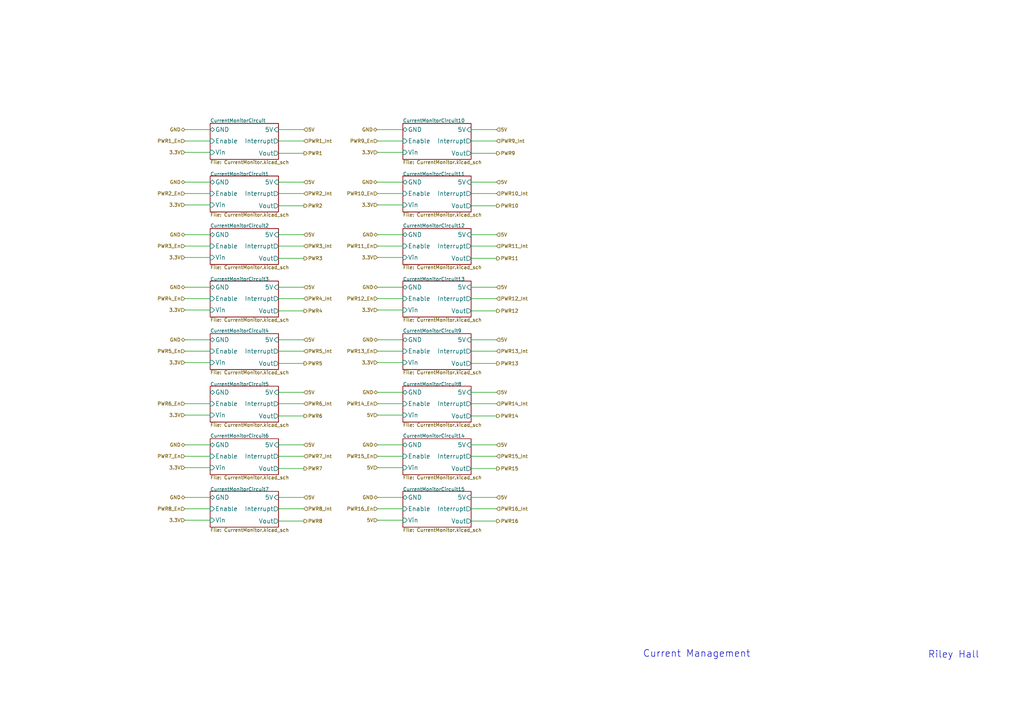
<source format=kicad_sch>
(kicad_sch (version 20211123) (generator eeschema)

  (uuid 58439aff-13a3-490b-8325-ad2eef6cd70c)

  (paper "A4")

  (lib_symbols
  )


  (wire (pts (xy 144.018 151.13) (xy 136.652 151.13))
    (stroke (width 0) (type default) (color 0 0 0 0))
    (uuid 01d8d171-a4cf-4586-a8eb-53eb3079c63b)
  )
  (wire (pts (xy 144.018 98.552) (xy 136.652 98.552))
    (stroke (width 0) (type default) (color 0 0 0 0))
    (uuid 057d7543-179a-42e0-ab67-5ed52dcbc3a8)
  )
  (wire (pts (xy 144.018 40.894) (xy 136.652 40.894))
    (stroke (width 0) (type default) (color 0 0 0 0))
    (uuid 062fa796-1265-46c1-8449-a66bb75c524b)
  )
  (wire (pts (xy 109.474 101.854) (xy 116.84 101.854))
    (stroke (width 0) (type default) (color 0 0 0 0))
    (uuid 08b41313-521f-4e9d-aaa5-672cd1a20a25)
  )
  (wire (pts (xy 109.474 150.876) (xy 116.84 150.876))
    (stroke (width 0) (type default) (color 0 0 0 0))
    (uuid 09b66cdc-4871-4cf1-b23b-700b1b7383f9)
  )
  (wire (pts (xy 109.474 98.552) (xy 116.84 98.552))
    (stroke (width 0) (type default) (color 0 0 0 0))
    (uuid 0f5a7f4b-ec2f-4641-be98-5a9bf0c10397)
  )
  (wire (pts (xy 144.018 52.832) (xy 136.652 52.832))
    (stroke (width 0) (type default) (color 0 0 0 0))
    (uuid 188b469d-7d49-4fac-81d4-e4875be6a97a)
  )
  (wire (pts (xy 109.474 86.614) (xy 116.84 86.614))
    (stroke (width 0) (type default) (color 0 0 0 0))
    (uuid 19e6a093-e2e2-4d52-9b07-57e1200204e4)
  )
  (wire (pts (xy 109.474 105.156) (xy 116.84 105.156))
    (stroke (width 0) (type default) (color 0 0 0 0))
    (uuid 1d9912cf-27a5-487c-b168-7bf26f0b1436)
  )
  (wire (pts (xy 53.594 144.272) (xy 60.96 144.272))
    (stroke (width 0) (type default) (color 0 0 0 0))
    (uuid 1ddbf5ce-f97e-46e9-9fbd-0f3fc56e7a2f)
  )
  (wire (pts (xy 109.347 52.832) (xy 116.713 52.832))
    (stroke (width 0) (type default) (color 0 0 0 0))
    (uuid 1f763840-b6fc-4178-aec4-4bd7290677f3)
  )
  (wire (pts (xy 144.018 71.374) (xy 136.652 71.374))
    (stroke (width 0) (type default) (color 0 0 0 0))
    (uuid 22b1394c-5c5b-4ea2-bc2e-946b78011747)
  )
  (wire (pts (xy 144.018 68.072) (xy 136.652 68.072))
    (stroke (width 0) (type default) (color 0 0 0 0))
    (uuid 268d6a2b-c910-43a2-a61f-029f2462c489)
  )
  (wire (pts (xy 144.018 56.134) (xy 136.652 56.134))
    (stroke (width 0) (type default) (color 0 0 0 0))
    (uuid 27fd705f-e721-4f66-961e-226a84683f46)
  )
  (wire (pts (xy 144.018 144.272) (xy 136.652 144.272))
    (stroke (width 0) (type default) (color 0 0 0 0))
    (uuid 29510f0c-c59d-4a62-a290-5a3f09df1861)
  )
  (wire (pts (xy 53.594 86.614) (xy 60.96 86.614))
    (stroke (width 0) (type default) (color 0 0 0 0))
    (uuid 2bc540c9-387d-4b39-aecd-b1d73817474c)
  )
  (wire (pts (xy 144.018 113.792) (xy 136.652 113.792))
    (stroke (width 0) (type default) (color 0 0 0 0))
    (uuid 2d17b2e7-c1ba-4c7e-8771-5e6ddb3fed52)
  )
  (wire (pts (xy 53.594 68.072) (xy 60.96 68.072))
    (stroke (width 0) (type default) (color 0 0 0 0))
    (uuid 3011e133-a988-4d54-9074-312565d66c64)
  )
  (wire (pts (xy 88.138 101.854) (xy 80.772 101.854))
    (stroke (width 0) (type default) (color 0 0 0 0))
    (uuid 33af9235-7dc6-4c6a-b943-b303f45abb27)
  )
  (wire (pts (xy 144.018 83.312) (xy 136.652 83.312))
    (stroke (width 0) (type default) (color 0 0 0 0))
    (uuid 34ab54b0-1551-4885-9f17-d9b87495d585)
  )
  (wire (pts (xy 109.474 135.636) (xy 116.84 135.636))
    (stroke (width 0) (type default) (color 0 0 0 0))
    (uuid 35ef3a3f-00d4-4875-9af0-82a9b4d157c8)
  )
  (wire (pts (xy 144.018 129.032) (xy 136.652 129.032))
    (stroke (width 0) (type default) (color 0 0 0 0))
    (uuid 36644f27-0a56-4d62-8b56-a64608dc4bef)
  )
  (wire (pts (xy 109.474 68.072) (xy 116.84 68.072))
    (stroke (width 0) (type default) (color 0 0 0 0))
    (uuid 36e4236d-c4d1-45d8-a7c7-ee700e18a05d)
  )
  (wire (pts (xy 53.594 44.196) (xy 60.96 44.196))
    (stroke (width 0) (type default) (color 0 0 0 0))
    (uuid 39fe5ca7-9f22-4b73-a37b-540db8d94ad5)
  )
  (wire (pts (xy 53.594 150.876) (xy 60.96 150.876))
    (stroke (width 0) (type default) (color 0 0 0 0))
    (uuid 3a32a5ef-9bf0-4796-99b9-c3bc10783fa8)
  )
  (wire (pts (xy 53.594 117.094) (xy 60.96 117.094))
    (stroke (width 0) (type default) (color 0 0 0 0))
    (uuid 3a42e3d0-3d2d-4432-8f92-0828f2bc90b2)
  )
  (wire (pts (xy 88.138 71.374) (xy 80.772 71.374))
    (stroke (width 0) (type default) (color 0 0 0 0))
    (uuid 3bd8992f-d7a2-4804-9897-dc6d6d456799)
  )
  (wire (pts (xy 88.138 98.552) (xy 80.772 98.552))
    (stroke (width 0) (type default) (color 0 0 0 0))
    (uuid 3c2a3e0f-5b7a-48a6-852d-ee6faccdec3f)
  )
  (wire (pts (xy 88.138 74.93) (xy 80.772 74.93))
    (stroke (width 0) (type default) (color 0 0 0 0))
    (uuid 3e4a9156-de14-4d0d-a7d5-07287bd9d76a)
  )
  (wire (pts (xy 109.474 113.792) (xy 116.84 113.792))
    (stroke (width 0) (type default) (color 0 0 0 0))
    (uuid 3ef80cd7-313b-487e-ac9f-64f1cd0ab9e3)
  )
  (wire (pts (xy 88.138 117.094) (xy 80.772 117.094))
    (stroke (width 0) (type default) (color 0 0 0 0))
    (uuid 41f80123-bf55-4a74-8e6a-267600d732c2)
  )
  (wire (pts (xy 109.474 83.312) (xy 116.84 83.312))
    (stroke (width 0) (type default) (color 0 0 0 0))
    (uuid 4216d7dd-d3e5-4e26-9762-66ea4bfc82bc)
  )
  (wire (pts (xy 109.474 132.334) (xy 116.84 132.334))
    (stroke (width 0) (type default) (color 0 0 0 0))
    (uuid 4252434e-5c94-4682-bfb1-c598b310da2b)
  )
  (wire (pts (xy 109.474 120.396) (xy 116.84 120.396))
    (stroke (width 0) (type default) (color 0 0 0 0))
    (uuid 42f7b1ea-e426-4522-8c0c-3673deb42d89)
  )
  (wire (pts (xy 144.018 90.17) (xy 136.652 90.17))
    (stroke (width 0) (type default) (color 0 0 0 0))
    (uuid 44fea9d8-13c7-4e16-a1f6-1bbbe095d473)
  )
  (wire (pts (xy 88.138 113.792) (xy 80.772 113.792))
    (stroke (width 0) (type default) (color 0 0 0 0))
    (uuid 4859d491-d2a1-486e-bf7c-39b5caaeb797)
  )
  (wire (pts (xy 53.594 98.552) (xy 60.96 98.552))
    (stroke (width 0) (type default) (color 0 0 0 0))
    (uuid 487d7764-8ada-4821-b1b1-d1846a3c6b79)
  )
  (wire (pts (xy 109.474 74.676) (xy 116.84 74.676))
    (stroke (width 0) (type default) (color 0 0 0 0))
    (uuid 4bc966d7-3b48-469d-acdb-3fbd5313ce31)
  )
  (wire (pts (xy 109.474 144.272) (xy 116.84 144.272))
    (stroke (width 0) (type default) (color 0 0 0 0))
    (uuid 4ddb23f6-6fd4-4d11-997f-d0891109621b)
  )
  (wire (pts (xy 88.138 120.65) (xy 80.772 120.65))
    (stroke (width 0) (type default) (color 0 0 0 0))
    (uuid 506566c0-72fd-41dd-b308-cb5463e50de4)
  )
  (wire (pts (xy 88.138 135.89) (xy 80.772 135.89))
    (stroke (width 0) (type default) (color 0 0 0 0))
    (uuid 564cbd59-4138-41e9-878d-922f1ec54bac)
  )
  (wire (pts (xy 109.474 71.374) (xy 116.84 71.374))
    (stroke (width 0) (type default) (color 0 0 0 0))
    (uuid 5cc31c1d-89e3-41b6-8ed2-264b78efa9ed)
  )
  (wire (pts (xy 53.594 135.636) (xy 60.96 135.636))
    (stroke (width 0) (type default) (color 0 0 0 0))
    (uuid 5e77da78-657f-49ea-a944-f916bdf1b923)
  )
  (wire (pts (xy 144.018 132.334) (xy 136.652 132.334))
    (stroke (width 0) (type default) (color 0 0 0 0))
    (uuid 5f40f65b-20fb-46dc-b53d-f295939cf425)
  )
  (wire (pts (xy 88.138 105.41) (xy 80.772 105.41))
    (stroke (width 0) (type default) (color 0 0 0 0))
    (uuid 5fd565a1-c0d0-4bb6-9316-ceb602d8f5b0)
  )
  (wire (pts (xy 109.474 117.094) (xy 116.84 117.094))
    (stroke (width 0) (type default) (color 0 0 0 0))
    (uuid 60e04ecc-2003-49bc-a31d-6c6151e6f0fb)
  )
  (wire (pts (xy 53.594 147.574) (xy 60.96 147.574))
    (stroke (width 0) (type default) (color 0 0 0 0))
    (uuid 640c998b-f99c-4c17-811e-dc088e81646d)
  )
  (wire (pts (xy 109.474 56.134) (xy 116.84 56.134))
    (stroke (width 0) (type default) (color 0 0 0 0))
    (uuid 642c9daf-a019-4392-b54f-b14febb91b91)
  )
  (wire (pts (xy 144.018 86.614) (xy 136.652 86.614))
    (stroke (width 0) (type default) (color 0 0 0 0))
    (uuid 65044134-dc2a-4223-9198-6431e293f8a8)
  )
  (wire (pts (xy 88.138 86.614) (xy 80.772 86.614))
    (stroke (width 0) (type default) (color 0 0 0 0))
    (uuid 661ccd7d-8563-4f8b-83d4-871d7a826249)
  )
  (wire (pts (xy 53.594 40.894) (xy 60.96 40.894))
    (stroke (width 0) (type default) (color 0 0 0 0))
    (uuid 6c9d461d-884f-47c6-a631-a9bac71cb66d)
  )
  (wire (pts (xy 144.018 37.592) (xy 136.652 37.592))
    (stroke (width 0) (type default) (color 0 0 0 0))
    (uuid 71f27cb0-fb61-441c-8ef6-c495a936d741)
  )
  (wire (pts (xy 109.474 89.916) (xy 116.84 89.916))
    (stroke (width 0) (type default) (color 0 0 0 0))
    (uuid 72aac0f7-3f90-4b0b-9aa7-851a1009876a)
  )
  (wire (pts (xy 144.018 120.65) (xy 136.652 120.65))
    (stroke (width 0) (type default) (color 0 0 0 0))
    (uuid 77d42cb0-751b-4007-b789-d9edbf9e45c9)
  )
  (wire (pts (xy 88.138 68.072) (xy 80.772 68.072))
    (stroke (width 0) (type default) (color 0 0 0 0))
    (uuid 7a4a330d-173d-47d4-8544-6dcafe395d96)
  )
  (wire (pts (xy 144.018 59.69) (xy 136.652 59.69))
    (stroke (width 0) (type default) (color 0 0 0 0))
    (uuid 819697ac-7fa2-4150-b16d-07d1c9699f62)
  )
  (wire (pts (xy 53.594 132.334) (xy 60.96 132.334))
    (stroke (width 0) (type default) (color 0 0 0 0))
    (uuid 82af0347-b3f6-4bda-ba13-8361cf6ec10c)
  )
  (wire (pts (xy 109.347 37.592) (xy 116.713 37.592))
    (stroke (width 0) (type default) (color 0 0 0 0))
    (uuid 8ad3d7e2-0c3a-4a78-ad91-45d8cc2ee258)
  )
  (wire (pts (xy 88.138 52.832) (xy 80.772 52.832))
    (stroke (width 0) (type default) (color 0 0 0 0))
    (uuid 94955553-9329-45f4-a8ca-68be254c3385)
  )
  (wire (pts (xy 53.594 83.312) (xy 60.96 83.312))
    (stroke (width 0) (type default) (color 0 0 0 0))
    (uuid 950d2cde-3a76-483d-8588-797bec5bc561)
  )
  (wire (pts (xy 144.018 135.89) (xy 136.652 135.89))
    (stroke (width 0) (type default) (color 0 0 0 0))
    (uuid 9695700c-300c-4d83-bd52-354b75263142)
  )
  (wire (pts (xy 144.018 105.41) (xy 136.652 105.41))
    (stroke (width 0) (type default) (color 0 0 0 0))
    (uuid 98aea09f-ea7a-4c31-96c1-e0b7e21883f3)
  )
  (wire (pts (xy 88.138 56.134) (xy 80.772 56.134))
    (stroke (width 0) (type default) (color 0 0 0 0))
    (uuid 9a5d4ca7-413a-4c98-b71f-40e6fac44b7d)
  )
  (wire (pts (xy 53.594 37.592) (xy 60.96 37.592))
    (stroke (width 0) (type default) (color 0 0 0 0))
    (uuid 9b82ce85-7f0a-4e71-adf5-c69a9bdc032a)
  )
  (wire (pts (xy 88.138 83.312) (xy 80.772 83.312))
    (stroke (width 0) (type default) (color 0 0 0 0))
    (uuid 9c26f929-9679-42e8-b613-d70c342e69bc)
  )
  (wire (pts (xy 53.594 120.396) (xy 60.96 120.396))
    (stroke (width 0) (type default) (color 0 0 0 0))
    (uuid 9f55d5a4-1e1c-4e61-8a8a-da198fac1a82)
  )
  (wire (pts (xy 109.474 44.196) (xy 116.84 44.196))
    (stroke (width 0) (type default) (color 0 0 0 0))
    (uuid a37a12f5-d9ba-48fc-b9c5-4044d7498a02)
  )
  (wire (pts (xy 53.594 59.436) (xy 60.96 59.436))
    (stroke (width 0) (type default) (color 0 0 0 0))
    (uuid a74e2c68-86c0-4a9c-8575-a286ad5d5e77)
  )
  (wire (pts (xy 88.138 37.592) (xy 80.772 37.592))
    (stroke (width 0) (type default) (color 0 0 0 0))
    (uuid affa81f4-11ab-4dfc-896b-8355227d91b9)
  )
  (wire (pts (xy 88.138 40.894) (xy 80.772 40.894))
    (stroke (width 0) (type default) (color 0 0 0 0))
    (uuid b216dcec-c880-4d05-9bd8-9c30573bac1f)
  )
  (wire (pts (xy 53.594 71.374) (xy 60.96 71.374))
    (stroke (width 0) (type default) (color 0 0 0 0))
    (uuid b22448fd-8696-44dc-acdf-cfaf598bb4a3)
  )
  (wire (pts (xy 144.018 74.93) (xy 136.652 74.93))
    (stroke (width 0) (type default) (color 0 0 0 0))
    (uuid bbef820c-c7b2-4f07-9c37-f2222f7cf75f)
  )
  (wire (pts (xy 53.594 101.854) (xy 60.96 101.854))
    (stroke (width 0) (type default) (color 0 0 0 0))
    (uuid c0533969-2c48-4b74-a147-1cadf10afc01)
  )
  (wire (pts (xy 88.138 129.032) (xy 80.772 129.032))
    (stroke (width 0) (type default) (color 0 0 0 0))
    (uuid c4d5a6e0-316c-40d3-b13a-9203b305e58f)
  )
  (wire (pts (xy 144.018 117.094) (xy 136.652 117.094))
    (stroke (width 0) (type default) (color 0 0 0 0))
    (uuid c8a4c948-8888-4494-9f5b-aae78b8bab0c)
  )
  (wire (pts (xy 53.594 129.032) (xy 60.96 129.032))
    (stroke (width 0) (type default) (color 0 0 0 0))
    (uuid d144a863-0ea4-42bd-9d02-410b683b19d4)
  )
  (wire (pts (xy 109.474 40.894) (xy 116.84 40.894))
    (stroke (width 0) (type default) (color 0 0 0 0))
    (uuid d27c21a0-0a79-44e8-bf08-60875643ab88)
  )
  (wire (pts (xy 53.594 74.676) (xy 60.96 74.676))
    (stroke (width 0) (type default) (color 0 0 0 0))
    (uuid dbda2a78-8417-4c89-8783-28cecdaa472c)
  )
  (wire (pts (xy 88.138 147.574) (xy 80.772 147.574))
    (stroke (width 0) (type default) (color 0 0 0 0))
    (uuid dcc637c0-77be-4e19-aa53-73c00917b4a1)
  )
  (wire (pts (xy 53.594 105.156) (xy 60.96 105.156))
    (stroke (width 0) (type default) (color 0 0 0 0))
    (uuid de9a6a74-230b-468b-ac62-e6541ac4af1b)
  )
  (wire (pts (xy 109.474 59.436) (xy 116.84 59.436))
    (stroke (width 0) (type default) (color 0 0 0 0))
    (uuid df88a5ea-879f-4c9d-95d0-7ba559fcfa66)
  )
  (wire (pts (xy 53.594 52.832) (xy 60.96 52.832))
    (stroke (width 0) (type default) (color 0 0 0 0))
    (uuid e5b8296d-5850-4787-b8f8-edb074be548f)
  )
  (wire (pts (xy 88.138 132.334) (xy 80.772 132.334))
    (stroke (width 0) (type default) (color 0 0 0 0))
    (uuid e635150c-30f4-4ee8-be90-a6c88e9ae00c)
  )
  (wire (pts (xy 109.474 129.032) (xy 116.84 129.032))
    (stroke (width 0) (type default) (color 0 0 0 0))
    (uuid e683f2cb-1fa7-49f7-ba1f-9455e1edad12)
  )
  (wire (pts (xy 144.018 101.854) (xy 136.652 101.854))
    (stroke (width 0) (type default) (color 0 0 0 0))
    (uuid e7c977ba-311c-4098-b361-9bde41466bcf)
  )
  (wire (pts (xy 88.138 44.45) (xy 80.772 44.45))
    (stroke (width 0) (type default) (color 0 0 0 0))
    (uuid e951ed46-c4e1-4468-a606-ac1d513db05f)
  )
  (wire (pts (xy 53.594 56.134) (xy 60.96 56.134))
    (stroke (width 0) (type default) (color 0 0 0 0))
    (uuid eab14483-d0ad-43e0-9c00-ace553d26d1f)
  )
  (wire (pts (xy 53.594 89.916) (xy 60.96 89.916))
    (stroke (width 0) (type default) (color 0 0 0 0))
    (uuid eb06dd53-3174-494e-8b80-4ad14a7d0728)
  )
  (wire (pts (xy 88.138 90.17) (xy 80.772 90.17))
    (stroke (width 0) (type default) (color 0 0 0 0))
    (uuid f3649bc5-386e-4fed-8cd4-b1b33b16bec7)
  )
  (wire (pts (xy 109.474 147.574) (xy 116.84 147.574))
    (stroke (width 0) (type default) (color 0 0 0 0))
    (uuid f5e49d92-9e53-47bc-8193-f5abeb607a2d)
  )
  (wire (pts (xy 88.138 151.13) (xy 80.772 151.13))
    (stroke (width 0) (type default) (color 0 0 0 0))
    (uuid f939e75e-d235-41d5-bf5d-3494a405ce2c)
  )
  (wire (pts (xy 88.138 59.69) (xy 80.772 59.69))
    (stroke (width 0) (type default) (color 0 0 0 0))
    (uuid f97a6e29-ca70-43cb-9625-f16311160bfa)
  )
  (wire (pts (xy 144.018 44.45) (xy 136.652 44.45))
    (stroke (width 0) (type default) (color 0 0 0 0))
    (uuid fcb94bdf-4cdb-454f-860d-81c0d638bd1a)
  )
  (wire (pts (xy 88.138 144.272) (xy 80.772 144.272))
    (stroke (width 0) (type default) (color 0 0 0 0))
    (uuid fcfa86b1-dfa6-4671-833c-4ac349125665)
  )
  (wire (pts (xy 144.018 147.574) (xy 136.652 147.574))
    (stroke (width 0) (type default) (color 0 0 0 0))
    (uuid febaeb01-7d83-4aa7-9886-f43f357dfa51)
  )

  (text "Current Management" (at 186.436 190.881 0)
    (effects (font (size 2 2)) (justify left bottom))
    (uuid 4cd08e90-f493-4fd6-b737-23cc0435a805)
  )
  (text "Riley Hall" (at 269.113 191.135 0)
    (effects (font (size 2 2)) (justify left bottom))
    (uuid bcef1ee1-d985-479c-ae8c-2aa1fe183a30)
  )

  (hierarchical_label "5V" (shape input) (at 88.138 144.272 0)
    (effects (font (size 1 1)) (justify left))
    (uuid 0a9b262e-7d49-42bb-be57-11894df87068)
  )
  (hierarchical_label "3.3V" (shape input) (at 53.594 89.916 180)
    (effects (font (size 1 1)) (justify right))
    (uuid 11aa4966-7b92-4ee1-a63b-0c71d76948fe)
  )
  (hierarchical_label "3.3V" (shape input) (at 109.474 44.196 180)
    (effects (font (size 1 1)) (justify right))
    (uuid 1904df67-b0ab-4936-8777-0c8d6382a567)
  )
  (hierarchical_label "PWR2_Int" (shape input) (at 88.138 56.134 0)
    (effects (font (size 1 1)) (justify left))
    (uuid 19f3925e-0f32-4dba-9af0-db6011ba31cf)
  )
  (hierarchical_label "GND" (shape bidirectional) (at 53.594 129.032 180)
    (effects (font (size 1 1)) (justify right))
    (uuid 1a44560c-46bc-4832-93a3-a38aca1322b9)
  )
  (hierarchical_label "PWR1_Int" (shape input) (at 88.138 40.894 0)
    (effects (font (size 1 1)) (justify left))
    (uuid 1cddad3f-754f-422a-8d05-9aa1730d3a9f)
  )
  (hierarchical_label "3.3V" (shape input) (at 53.594 74.676 180)
    (effects (font (size 1 1)) (justify right))
    (uuid 1d6e6924-1395-42d2-9278-738160486e38)
  )
  (hierarchical_label "5V" (shape input) (at 109.474 150.876 180)
    (effects (font (size 1 1)) (justify right))
    (uuid 1efea1e3-f85d-434a-809c-be521a217881)
  )
  (hierarchical_label "5V" (shape input) (at 88.138 98.552 0)
    (effects (font (size 1 1)) (justify left))
    (uuid 1fa918ca-e9b9-4b58-9d1a-61704cc32e3c)
  )
  (hierarchical_label "GND" (shape bidirectional) (at 109.474 129.032 180)
    (effects (font (size 1 1)) (justify right))
    (uuid 234c1438-0b68-44b9-9d5e-ce4a2e2d51f9)
  )
  (hierarchical_label "PWR12_En" (shape input) (at 109.474 86.614 180)
    (effects (font (size 1 1)) (justify right))
    (uuid 282dcbc1-837f-415e-a5a7-3e60b1f42ab6)
  )
  (hierarchical_label "3.3V" (shape input) (at 53.594 120.396 180)
    (effects (font (size 1 1)) (justify right))
    (uuid 2908369c-930a-454a-b011-8f719cd26c6d)
  )
  (hierarchical_label "5V" (shape input) (at 144.018 144.272 0)
    (effects (font (size 1 1)) (justify left))
    (uuid 2a52a461-df1d-49fe-8dad-6f66d3590b0b)
  )
  (hierarchical_label "PWR13" (shape output) (at 144.018 105.41 0)
    (effects (font (size 1 1)) (justify left))
    (uuid 2a837314-9926-474a-bc5e-531f1b82da19)
  )
  (hierarchical_label "3.3V" (shape input) (at 53.594 135.636 180)
    (effects (font (size 1 1)) (justify right))
    (uuid 2d09bc3d-854f-42af-ad0a-e451ede4675f)
  )
  (hierarchical_label "GND" (shape bidirectional) (at 53.594 83.312 180)
    (effects (font (size 1 1)) (justify right))
    (uuid 3106d878-b6b0-4365-a890-60db2d12db29)
  )
  (hierarchical_label "PWR12" (shape output) (at 144.018 90.17 0)
    (effects (font (size 1 1)) (justify left))
    (uuid 3186824f-0c21-4ac7-9164-1b48d620694c)
  )
  (hierarchical_label "5V" (shape input) (at 144.018 37.592 0)
    (effects (font (size 1 1)) (justify left))
    (uuid 3454e866-07e0-4fbf-b73c-50a67fb305a1)
  )
  (hierarchical_label "PWR5" (shape output) (at 88.138 105.41 0)
    (effects (font (size 1 1)) (justify left))
    (uuid 462cf8fa-a925-4f9f-af92-0ae0f5303721)
  )
  (hierarchical_label "PWR5_Int" (shape input) (at 88.138 101.854 0)
    (effects (font (size 1 1)) (justify left))
    (uuid 494be760-51ab-400b-9603-37891f179511)
  )
  (hierarchical_label "PWR12_Int" (shape input) (at 144.018 86.614 0)
    (effects (font (size 1 1)) (justify left))
    (uuid 4f660a42-1463-4345-86b9-aa94041831d1)
  )
  (hierarchical_label "PWR2" (shape output) (at 88.138 59.69 0)
    (effects (font (size 1 1)) (justify left))
    (uuid 5501bbaf-8110-4dcf-9f13-9a079d4eed6b)
  )
  (hierarchical_label "PWR11_En" (shape input) (at 109.474 71.374 180)
    (effects (font (size 1 1)) (justify right))
    (uuid 55a9864c-846b-4967-9909-8bda9c1cbb01)
  )
  (hierarchical_label "3.3V" (shape input) (at 53.594 150.876 180)
    (effects (font (size 1 1)) (justify right))
    (uuid 565025b5-a82e-403a-80c3-a683ae35267c)
  )
  (hierarchical_label "PWR2_En" (shape input) (at 53.594 56.134 180)
    (effects (font (size 1 1)) (justify right))
    (uuid 57a6569f-295e-4952-830d-4671bd83fc51)
  )
  (hierarchical_label "5V" (shape input) (at 88.138 83.312 0)
    (effects (font (size 1 1)) (justify left))
    (uuid 58c970d3-a382-46ce-bb47-cb25a1b54dec)
  )
  (hierarchical_label "PWR6" (shape output) (at 88.138 120.65 0)
    (effects (font (size 1 1)) (justify left))
    (uuid 5ca98336-d819-434b-988c-5221f2d088f3)
  )
  (hierarchical_label "5V" (shape input) (at 144.018 68.072 0)
    (effects (font (size 1 1)) (justify left))
    (uuid 5cb79c82-308c-4b72-a4d5-24559196b0b7)
  )
  (hierarchical_label "PWR3_En" (shape input) (at 53.594 71.374 180)
    (effects (font (size 1 1)) (justify right))
    (uuid 61e8851b-2c2a-4cee-915d-c1695e2f35dc)
  )
  (hierarchical_label "GND" (shape bidirectional) (at 109.474 83.312 180)
    (effects (font (size 1 1)) (justify right))
    (uuid 65a33262-b450-401f-bf79-99e331561605)
  )
  (hierarchical_label "GND" (shape bidirectional) (at 109.474 98.552 180)
    (effects (font (size 1 1)) (justify right))
    (uuid 6a13c8b5-a9fd-49e0-8afb-8d8f48abf1b7)
  )
  (hierarchical_label "PWR13_Int" (shape input) (at 144.018 101.854 0)
    (effects (font (size 1 1)) (justify left))
    (uuid 6bed6275-fc87-4b5f-af0c-c554cf9a919b)
  )
  (hierarchical_label "3.3V" (shape input) (at 53.594 105.156 180)
    (effects (font (size 1 1)) (justify right))
    (uuid 6ff983f6-3c15-4fb8-9d0f-8dddae613fa4)
  )
  (hierarchical_label "3.3V" (shape input) (at 109.474 105.156 180)
    (effects (font (size 1 1)) (justify right))
    (uuid 70bacdb9-96b8-49e3-99bc-a8dddfd9364c)
  )
  (hierarchical_label "5V" (shape input) (at 144.018 129.032 0)
    (effects (font (size 1 1)) (justify left))
    (uuid 70fa3f46-4213-4dbd-8208-aa3213181953)
  )
  (hierarchical_label "PWR9_En" (shape input) (at 109.474 40.894 180)
    (effects (font (size 1 1)) (justify right))
    (uuid 7109a8e6-a973-4c85-af85-cbaf0f20741f)
  )
  (hierarchical_label "PWR14" (shape output) (at 144.018 120.65 0)
    (effects (font (size 1 1)) (justify left))
    (uuid 7120247f-1f53-4555-85dc-559be2534279)
  )
  (hierarchical_label "5V" (shape input) (at 88.138 113.792 0)
    (effects (font (size 1 1)) (justify left))
    (uuid 7161ab29-817d-4b6a-baa6-498b30ff9916)
  )
  (hierarchical_label "GND" (shape bidirectional) (at 109.474 113.792 180)
    (effects (font (size 1 1)) (justify right))
    (uuid 7493ff62-9f8f-4388-a621-32c3125b6e95)
  )
  (hierarchical_label "PWR4_Int" (shape input) (at 88.138 86.614 0)
    (effects (font (size 1 1)) (justify left))
    (uuid 751bbc93-9eb5-4ed1-9bd1-56d40372caa0)
  )
  (hierarchical_label "GND" (shape bidirectional) (at 109.474 144.272 180)
    (effects (font (size 1 1)) (justify right))
    (uuid 7854f2b5-2dc4-41fc-87c6-c46320bda12e)
  )
  (hierarchical_label "3.3V" (shape input) (at 53.594 44.196 180)
    (effects (font (size 1 1)) (justify right))
    (uuid 7994fd19-afda-48b1-aa94-f80f54d11812)
  )
  (hierarchical_label "PWR7_Int" (shape input) (at 88.138 132.334 0)
    (effects (font (size 1 1)) (justify left))
    (uuid 7bcb0e04-e02b-407f-9700-a940ad5842dd)
  )
  (hierarchical_label "PWR6_Int" (shape input) (at 88.138 117.094 0)
    (effects (font (size 1 1)) (justify left))
    (uuid 7c13a6eb-e314-432a-b976-f078723009dd)
  )
  (hierarchical_label "PWR1_En" (shape input) (at 53.594 40.894 180)
    (effects (font (size 1 1)) (justify right))
    (uuid 7ecf2f0d-f9e1-45fb-aa79-fd1b166026b9)
  )
  (hierarchical_label "PWR8" (shape output) (at 88.138 151.13 0)
    (effects (font (size 1 1)) (justify left))
    (uuid 8551f324-cab2-484d-aa31-6a1be8d1c251)
  )
  (hierarchical_label "5V" (shape input) (at 88.138 68.072 0)
    (effects (font (size 1 1)) (justify left))
    (uuid 8717b1e4-d0e4-4b90-8257-6f96672da3b4)
  )
  (hierarchical_label "PWR4_En" (shape input) (at 53.594 86.614 180)
    (effects (font (size 1 1)) (justify right))
    (uuid 88f3593a-f3ac-49ef-a4dc-9ac154c09bd7)
  )
  (hierarchical_label "GND" (shape bidirectional) (at 53.594 98.552 180)
    (effects (font (size 1 1)) (justify right))
    (uuid 8a54778e-8b93-4541-ab7e-ce29c32b99e4)
  )
  (hierarchical_label "PWR11" (shape output) (at 144.018 74.93 0)
    (effects (font (size 1 1)) (justify left))
    (uuid 8b9cead5-eb44-4e9f-978c-aa4947db7d26)
  )
  (hierarchical_label "PWR15" (shape output) (at 144.018 135.89 0)
    (effects (font (size 1 1)) (justify left))
    (uuid 9129266f-4fac-4bbd-b507-8cb9cedcd75c)
  )
  (hierarchical_label "GND" (shape bidirectional) (at 53.594 68.072 180)
    (effects (font (size 1 1)) (justify right))
    (uuid 96113812-dc02-4d49-9931-e66081cb749f)
  )
  (hierarchical_label "PWR15_En" (shape input) (at 109.474 132.334 180)
    (effects (font (size 1 1)) (justify right))
    (uuid 9aa8070b-f6f0-4bdb-b373-92277e2ec26d)
  )
  (hierarchical_label "PWR8_Int" (shape input) (at 88.138 147.574 0)
    (effects (font (size 1 1)) (justify left))
    (uuid 9d1be1c2-3a00-4226-b027-28fa7c17014a)
  )
  (hierarchical_label "PWR13_En" (shape input) (at 109.474 101.854 180)
    (effects (font (size 1 1)) (justify right))
    (uuid 9d588446-b3fc-4303-9c21-33f0e48b07d9)
  )
  (hierarchical_label "PWR16_En" (shape input) (at 109.474 147.574 180)
    (effects (font (size 1 1)) (justify right))
    (uuid a194f087-f4df-4cbf-bac0-728a06201a65)
  )
  (hierarchical_label "PWR9_Int" (shape input) (at 144.018 40.894 0)
    (effects (font (size 1 1)) (justify left))
    (uuid a6b4f0aa-f6a1-43fc-80f3-3bd3bbd17871)
  )
  (hierarchical_label "5V" (shape input) (at 144.018 52.832 0)
    (effects (font (size 1 1)) (justify left))
    (uuid a6cb84fe-1573-41d1-a89a-8f53ed35a7bb)
  )
  (hierarchical_label "PWR15_Int" (shape input) (at 144.018 132.334 0)
    (effects (font (size 1 1)) (justify left))
    (uuid a7973426-0651-40c1-bb09-aae58d42104d)
  )
  (hierarchical_label "GND" (shape bidirectional) (at 53.594 52.832 180)
    (effects (font (size 1 1)) (justify right))
    (uuid a7a20113-cbb3-4ffc-8221-a74064a5841c)
  )
  (hierarchical_label "5V" (shape input) (at 144.018 113.792 0)
    (effects (font (size 1 1)) (justify left))
    (uuid a98928c4-788e-464a-af65-01e152ff4334)
  )
  (hierarchical_label "PWR1" (shape output) (at 88.138 44.45 0)
    (effects (font (size 1 1)) (justify left))
    (uuid a9cfa46d-60cb-4488-8fbc-9bc19cffdd34)
  )
  (hierarchical_label "5V" (shape input) (at 144.018 83.312 0)
    (effects (font (size 1 1)) (justify left))
    (uuid af148419-462c-4140-9676-ff26a995d6ab)
  )
  (hierarchical_label "PWR5_En" (shape input) (at 53.594 101.854 180)
    (effects (font (size 1 1)) (justify right))
    (uuid b1b4edb3-01a9-4ab4-a7ae-7194aee90dc5)
  )
  (hierarchical_label "3.3V" (shape input) (at 109.474 59.436 180)
    (effects (font (size 1 1)) (justify right))
    (uuid b2d9ff1d-e0ef-484b-88da-f51169c69bfe)
  )
  (hierarchical_label "5V" (shape input) (at 109.474 120.396 180)
    (effects (font (size 1 1)) (justify right))
    (uuid b41a0872-5e91-4d29-aa6c-af7035488cec)
  )
  (hierarchical_label "5V" (shape input) (at 88.138 52.832 0)
    (effects (font (size 1 1)) (justify left))
    (uuid b4c4473e-e032-495d-a608-55e3ae9cce5a)
  )
  (hierarchical_label "3.3V" (shape input) (at 53.594 59.436 180)
    (effects (font (size 1 1)) (justify right))
    (uuid b67b6a6c-e888-4cb3-b6c6-70ec89136819)
  )
  (hierarchical_label "PWR8_En" (shape input) (at 53.594 147.574 180)
    (effects (font (size 1 1)) (justify right))
    (uuid b998465f-ff1e-4143-abdc-9ac3868099c0)
  )
  (hierarchical_label "PWR14_Int" (shape input) (at 144.018 117.094 0)
    (effects (font (size 1 1)) (justify left))
    (uuid bf784a0c-b6b7-4df7-8f9c-df16df2a062d)
  )
  (hierarchical_label "PWR11_Int" (shape input) (at 144.018 71.374 0)
    (effects (font (size 1 1)) (justify left))
    (uuid c0f7880c-2fb3-48fe-aacc-8b793b35624b)
  )
  (hierarchical_label "GND" (shape bidirectional) (at 109.347 52.832 180)
    (effects (font (size 1 1)) (justify right))
    (uuid c2f7caf0-26eb-4685-bc91-b7a920a6250a)
  )
  (hierarchical_label "5V" (shape input) (at 109.474 135.636 180)
    (effects (font (size 1 1)) (justify right))
    (uuid c706283d-dbce-41f0-bbc7-e7a4223af556)
  )
  (hierarchical_label "3.3V" (shape input) (at 109.474 89.916 180)
    (effects (font (size 1 1)) (justify right))
    (uuid c7bb0d60-d47b-45e0-84cb-5c4cd73948f0)
  )
  (hierarchical_label "PWR3" (shape output) (at 88.138 74.93 0)
    (effects (font (size 1 1)) (justify left))
    (uuid d0bf5d3d-8c99-4d07-a666-c60abefac820)
  )
  (hierarchical_label "5V" (shape input) (at 88.138 129.032 0)
    (effects (font (size 1 1)) (justify left))
    (uuid d9c7c9d7-00db-462b-914a-301c2712c809)
  )
  (hierarchical_label "PWR14_En" (shape input) (at 109.474 117.094 180)
    (effects (font (size 1 1)) (justify right))
    (uuid d9f47d37-64cb-41b4-8d7b-52b450003f13)
  )
  (hierarchical_label "PWR3_Int" (shape input) (at 88.138 71.374 0)
    (effects (font (size 1 1)) (justify left))
    (uuid e4385467-7785-447c-be2f-a8083ddffaf4)
  )
  (hierarchical_label "PWR16" (shape output) (at 144.018 151.13 0)
    (effects (font (size 1 1)) (justify left))
    (uuid e4dd05a4-8996-4d76-8ae1-9311434c94a2)
  )
  (hierarchical_label "3.3V" (shape input) (at 109.474 74.676 180)
    (effects (font (size 1 1)) (justify right))
    (uuid e599e5b2-692a-41cd-923f-42dff123424e)
  )
  (hierarchical_label "GND" (shape bidirectional) (at 53.594 144.272 180)
    (effects (font (size 1 1)) (justify right))
    (uuid e71c153f-b21b-4283-a813-ca64ba103c0e)
  )
  (hierarchical_label "5V" (shape input) (at 144.018 98.552 0)
    (effects (font (size 1 1)) (justify left))
    (uuid e7663d5d-625f-4d1a-b986-325bab663fa3)
  )
  (hierarchical_label "GND" (shape bidirectional) (at 109.347 37.592 180)
    (effects (font (size 1 1)) (justify right))
    (uuid e97201f0-858d-4dc5-a457-4dae25172de5)
  )
  (hierarchical_label "GND" (shape bidirectional) (at 53.594 37.592 180)
    (effects (font (size 1 1)) (justify right))
    (uuid e9d8a997-380f-43c3-89c8-fadd78ce4255)
  )
  (hierarchical_label "PWR10_Int" (shape input) (at 144.018 56.134 0)
    (effects (font (size 1 1)) (justify left))
    (uuid ed488395-7d51-4312-8854-b8563012fef8)
  )
  (hierarchical_label "GND" (shape bidirectional) (at 109.474 68.072 180)
    (effects (font (size 1 1)) (justify right))
    (uuid edb63d17-9692-427c-9ee2-14d0918f7288)
  )
  (hierarchical_label "PWR4" (shape output) (at 88.138 90.17 0)
    (effects (font (size 1 1)) (justify left))
    (uuid ef7cff1d-2f37-4d19-9fcf-ca9eb85bcb8a)
  )
  (hierarchical_label "PWR6_En" (shape input) (at 53.594 117.094 180)
    (effects (font (size 1 1)) (justify right))
    (uuid f437a9a2-3464-4e58-b2c4-cf4f4273dd3b)
  )
  (hierarchical_label "PWR10_En" (shape input) (at 109.474 56.134 180)
    (effects (font (size 1 1)) (justify right))
    (uuid f4e754b9-f979-4c44-9c12-9659ebff16d2)
  )
  (hierarchical_label "PWR16_Int" (shape input) (at 144.018 147.574 0)
    (effects (font (size 1 1)) (justify left))
    (uuid f522b943-a598-48d0-a38b-1d65a8b7acf5)
  )
  (hierarchical_label "PWR7_En" (shape input) (at 53.594 132.334 180)
    (effects (font (size 1 1)) (justify right))
    (uuid f9b88791-5d53-44c4-bd5b-a9af001c3886)
  )
  (hierarchical_label "PWR7" (shape output) (at 88.138 135.89 0)
    (effects (font (size 1 1)) (justify left))
    (uuid fa484411-ed9e-4eb4-ab3c-f02e34aa46e7)
  )
  (hierarchical_label "5V" (shape input) (at 88.138 37.592 0)
    (effects (font (size 1 1)) (justify left))
    (uuid fc34bce6-cdf3-4ac5-8f56-9e123cd5c6bf)
  )
  (hierarchical_label "PWR10" (shape output) (at 144.018 59.69 0)
    (effects (font (size 1 1)) (justify left))
    (uuid fc39e5dc-47ce-43e3-ac86-4370bdb2d0d4)
  )
  (hierarchical_label "PWR9" (shape output) (at 144.018 44.45 0)
    (effects (font (size 1 1)) (justify left))
    (uuid ffc8bf98-4398-49c8-b92c-837bfd4b507b)
  )

  (sheet (at 116.84 142.494) (size 19.812 10.414)
    (stroke (width 0.1524) (type solid) (color 0 0 0 0))
    (fill (color 0 0 0 0.0000))
    (uuid 0d7c5e5d-2f54-4936-94a3-37e6a37cd9b7)
    (property "Sheet name" "CurrentMonitorCircuit15" (id 0) (at 116.84 142.494 0)
      (effects (font (size 1 1)) (justify left bottom))
    )
    (property "Sheet file" "CurrentMonitor.kicad_sch" (id 1) (at 116.84 153.162 0)
      (effects (font (size 1 1)) (justify left top))
    )
    (pin "5V" input (at 136.652 144.272 0)
      (effects (font (size 1.27 1.27)) (justify right))
      (uuid e99eaf6a-f9d6-417b-91e0-64fcc0c22587)
    )
    (pin "Vout" output (at 136.652 151.13 0)
      (effects (font (size 1.27 1.27)) (justify right))
      (uuid cfb249ec-d466-4e4e-a3e0-63fed669f6d2)
    )
    (pin "Vin" input (at 116.84 150.876 180)
      (effects (font (size 1.27 1.27)) (justify left))
      (uuid 7f8ef40c-cfc6-470d-be74-6ae0c1479c27)
    )
    (pin "Enable" input (at 116.84 147.574 180)
      (effects (font (size 1.27 1.27)) (justify left))
      (uuid dd3d4b07-a5ad-4577-ac34-fd87182fa0da)
    )
    (pin "Interrupt" output (at 136.652 147.574 0)
      (effects (font (size 1.27 1.27)) (justify right))
      (uuid f2d96e91-5dd6-41f3-ad6d-8a67b1930753)
    )
    (pin "GND" bidirectional (at 116.84 144.272 180)
      (effects (font (size 1.27 1.27)) (justify left))
      (uuid 933a9f4c-9b23-4fe6-909f-03d5a460dadb)
    )
  )

  (sheet (at 60.96 81.534) (size 19.812 10.414)
    (stroke (width 0.1524) (type solid) (color 0 0 0 0))
    (fill (color 0 0 0 0.0000))
    (uuid 1fa3854b-1b6b-441a-bfff-fd4fceb3c498)
    (property "Sheet name" "CurrentMonitorCircuit3" (id 0) (at 60.96 81.534 0)
      (effects (font (size 1 1)) (justify left bottom))
    )
    (property "Sheet file" "CurrentMonitor.kicad_sch" (id 1) (at 60.96 92.202 0)
      (effects (font (size 1 1)) (justify left top))
    )
    (pin "5V" input (at 80.772 83.312 0)
      (effects (font (size 1.27 1.27)) (justify right))
      (uuid 2b10021d-961d-44e1-9b5f-fec13fe6c760)
    )
    (pin "Vout" output (at 80.772 90.17 0)
      (effects (font (size 1.27 1.27)) (justify right))
      (uuid c41a18cc-9321-4c55-8764-fb1b3b3335bc)
    )
    (pin "Vin" input (at 60.96 89.916 180)
      (effects (font (size 1.27 1.27)) (justify left))
      (uuid 9cfbf7f8-4f34-4f49-9d93-57d06da87f8b)
    )
    (pin "Enable" input (at 60.96 86.614 180)
      (effects (font (size 1.27 1.27)) (justify left))
      (uuid 652c7f27-8aff-416b-a815-dbe125ce51f1)
    )
    (pin "Interrupt" output (at 80.772 86.614 0)
      (effects (font (size 1.27 1.27)) (justify right))
      (uuid 98a0aae2-c9dc-4aef-91b9-eb4c901915e4)
    )
    (pin "GND" bidirectional (at 60.96 83.312 180)
      (effects (font (size 1.27 1.27)) (justify left))
      (uuid 475d34bc-37ec-46a6-8053-4a985a457107)
    )
  )

  (sheet (at 116.84 51.054) (size 19.812 10.414)
    (stroke (width 0.1524) (type solid) (color 0 0 0 0))
    (fill (color 0 0 0 0.0000))
    (uuid 3b41ddee-9dd1-40eb-920c-924ee4a5b581)
    (property "Sheet name" "CurrentMonitorCircuit11" (id 0) (at 116.84 51.054 0)
      (effects (font (size 1 1)) (justify left bottom))
    )
    (property "Sheet file" "CurrentMonitor.kicad_sch" (id 1) (at 116.84 61.722 0)
      (effects (font (size 1 1)) (justify left top))
    )
    (pin "5V" input (at 136.652 52.832 0)
      (effects (font (size 1.27 1.27)) (justify right))
      (uuid 811af88f-22b5-4b48-9843-e6622f18fb99)
    )
    (pin "Vout" output (at 136.652 59.69 0)
      (effects (font (size 1.27 1.27)) (justify right))
      (uuid 23c063a5-2266-4095-8316-bda2046bf446)
    )
    (pin "Vin" input (at 116.84 59.436 180)
      (effects (font (size 1.27 1.27)) (justify left))
      (uuid 9ec399a9-cfcb-4d12-820e-70c0dbb4e850)
    )
    (pin "Enable" input (at 116.84 56.134 180)
      (effects (font (size 1.27 1.27)) (justify left))
      (uuid bbbd3b66-4af8-452d-a8f4-47f31b9e73ca)
    )
    (pin "Interrupt" output (at 136.652 56.134 0)
      (effects (font (size 1.27 1.27)) (justify right))
      (uuid 37b84593-c504-42f2-a1fd-96fbe70959c3)
    )
    (pin "GND" bidirectional (at 116.84 52.832 180)
      (effects (font (size 1.27 1.27)) (justify left))
      (uuid 20f5744d-b182-4b65-907c-423256f975bf)
    )
  )

  (sheet (at 60.96 142.494) (size 19.812 10.414)
    (stroke (width 0.1524) (type solid) (color 0 0 0 0))
    (fill (color 0 0 0 0.0000))
    (uuid 4215bc29-9778-49c6-9fdf-fe3506f4fd6f)
    (property "Sheet name" "CurrentMonitorCircuit7" (id 0) (at 60.96 142.494 0)
      (effects (font (size 1 1)) (justify left bottom))
    )
    (property "Sheet file" "CurrentMonitor.kicad_sch" (id 1) (at 60.96 153.162 0)
      (effects (font (size 1 1)) (justify left top))
    )
    (pin "5V" input (at 80.772 144.272 0)
      (effects (font (size 1.27 1.27)) (justify right))
      (uuid 065fcefc-67b9-4326-a37b-5e480e135118)
    )
    (pin "Vout" output (at 80.772 151.13 0)
      (effects (font (size 1.27 1.27)) (justify right))
      (uuid 28c52ffa-fb90-4ac6-898a-eb80a07e7a8b)
    )
    (pin "Vin" input (at 60.96 150.876 180)
      (effects (font (size 1.27 1.27)) (justify left))
      (uuid 11c666e8-d752-4ceb-b1c1-faa549dbf6d4)
    )
    (pin "Enable" input (at 60.96 147.574 180)
      (effects (font (size 1.27 1.27)) (justify left))
      (uuid f1b1d252-4030-41b8-a974-50a61f88257a)
    )
    (pin "Interrupt" output (at 80.772 147.574 0)
      (effects (font (size 1.27 1.27)) (justify right))
      (uuid 232e0168-a544-43ac-8d9a-158f1afbcc6a)
    )
    (pin "GND" bidirectional (at 60.96 144.272 180)
      (effects (font (size 1.27 1.27)) (justify left))
      (uuid 915c2c9c-e8aa-4aba-ad27-6edeecd64a5c)
    )
  )

  (sheet (at 60.96 127.254) (size 19.812 10.414)
    (stroke (width 0.1524) (type solid) (color 0 0 0 0))
    (fill (color 0 0 0 0.0000))
    (uuid 4ec2c210-d75f-4a7d-b204-8b5eab092b4f)
    (property "Sheet name" "CurrentMonitorCircuit6" (id 0) (at 60.96 127 0)
      (effects (font (size 1 1)) (justify left bottom))
    )
    (property "Sheet file" "CurrentMonitor.kicad_sch" (id 1) (at 60.96 137.922 0)
      (effects (font (size 1 1)) (justify left top))
    )
    (pin "5V" input (at 80.772 129.032 0)
      (effects (font (size 1.27 1.27)) (justify right))
      (uuid b9adb4f7-06d8-49f8-8aae-e24ec9196641)
    )
    (pin "Vout" output (at 80.772 135.89 0)
      (effects (font (size 1.27 1.27)) (justify right))
      (uuid eb062ab7-8f6e-495d-91fe-224a97c6abeb)
    )
    (pin "Vin" input (at 60.96 135.636 180)
      (effects (font (size 1.27 1.27)) (justify left))
      (uuid a5228bbf-1852-4532-be10-5db7ecb167e7)
    )
    (pin "Enable" input (at 60.96 132.334 180)
      (effects (font (size 1.27 1.27)) (justify left))
      (uuid 997110ef-98ec-465f-b38f-eca4c2862b51)
    )
    (pin "Interrupt" output (at 80.772 132.334 0)
      (effects (font (size 1.27 1.27)) (justify right))
      (uuid 6daac4bb-5c6a-4db2-8b5b-44233efde2ee)
    )
    (pin "GND" bidirectional (at 60.96 129.032 180)
      (effects (font (size 1.27 1.27)) (justify left))
      (uuid 0285ac22-1969-4829-a5a1-b9d1ca0849bf)
    )
  )

  (sheet (at 60.96 51.054) (size 19.812 10.414)
    (stroke (width 0.1524) (type solid) (color 0 0 0 0))
    (fill (color 0 0 0 0.0000))
    (uuid 5f171fde-ab3b-4350-b512-0141f2f4602d)
    (property "Sheet name" "CurrentMonitorCircuit1" (id 0) (at 60.96 51.054 0)
      (effects (font (size 1 1)) (justify left bottom))
    )
    (property "Sheet file" "CurrentMonitor.kicad_sch" (id 1) (at 60.96 61.722 0)
      (effects (font (size 1 1)) (justify left top))
    )
    (pin "5V" input (at 80.772 52.832 0)
      (effects (font (size 1.27 1.27)) (justify right))
      (uuid ab1915f1-6125-4e0e-b5c6-33190d47e2a8)
    )
    (pin "Vout" output (at 80.772 59.69 0)
      (effects (font (size 1.27 1.27)) (justify right))
      (uuid 5b87b57a-b586-4966-8450-b2475b976304)
    )
    (pin "Vin" input (at 60.96 59.436 180)
      (effects (font (size 1.27 1.27)) (justify left))
      (uuid c96f72b5-ebd1-4267-998c-17add7622e99)
    )
    (pin "Enable" input (at 60.96 56.134 180)
      (effects (font (size 1.27 1.27)) (justify left))
      (uuid a1ad9be8-7d6c-4736-8ce3-e41bb336bdfb)
    )
    (pin "Interrupt" output (at 80.772 56.134 0)
      (effects (font (size 1.27 1.27)) (justify right))
      (uuid d72c1430-5d52-47b0-9b9f-fbdba5e9c4c7)
    )
    (pin "GND" bidirectional (at 60.96 52.832 180)
      (effects (font (size 1.27 1.27)) (justify left))
      (uuid bb7f5729-2b6a-451d-b3de-2aa6c2d8382d)
    )
  )

  (sheet (at 116.84 127.254) (size 19.812 10.414)
    (stroke (width 0.1524) (type solid) (color 0 0 0 0))
    (fill (color 0 0 0 0.0000))
    (uuid 6727ca80-4687-434a-849f-76a8c8b83b94)
    (property "Sheet name" "CurrentMonitorCircuit14" (id 0) (at 116.84 127 0)
      (effects (font (size 1 1)) (justify left bottom))
    )
    (property "Sheet file" "CurrentMonitor.kicad_sch" (id 1) (at 116.84 137.922 0)
      (effects (font (size 1 1)) (justify left top))
    )
    (pin "5V" input (at 136.652 129.032 0)
      (effects (font (size 1.27 1.27)) (justify right))
      (uuid 3f2f00d5-0900-491e-8ed7-e08382d839d7)
    )
    (pin "Vout" output (at 136.652 135.89 0)
      (effects (font (size 1.27 1.27)) (justify right))
      (uuid 86e5ba42-9276-4b88-b0f8-8c7cbe9c9d09)
    )
    (pin "Vin" input (at 116.84 135.636 180)
      (effects (font (size 1.27 1.27)) (justify left))
      (uuid 675e29b2-4ea2-4a9b-bb35-3328b7b03f13)
    )
    (pin "Enable" input (at 116.84 132.334 180)
      (effects (font (size 1.27 1.27)) (justify left))
      (uuid c65349a8-db17-45be-ba4c-5c6ba2b0a8d2)
    )
    (pin "Interrupt" output (at 136.652 132.334 0)
      (effects (font (size 1.27 1.27)) (justify right))
      (uuid 6805a069-96d0-4616-ae1b-b17767e32bf5)
    )
    (pin "GND" bidirectional (at 116.84 129.032 180)
      (effects (font (size 1.27 1.27)) (justify left))
      (uuid 4b160c55-d9d6-45c6-ba08-a6dfa626e3f7)
    )
  )

  (sheet (at 60.96 96.774) (size 19.812 10.414)
    (stroke (width 0.1524) (type solid) (color 0 0 0 0))
    (fill (color 0 0 0 0.0000))
    (uuid 829bf26e-346a-4320-94e1-8c1c5a572efc)
    (property "Sheet name" "CurrentMonitorCircuit4" (id 0) (at 60.96 96.52 0)
      (effects (font (size 1 1)) (justify left bottom))
    )
    (property "Sheet file" "CurrentMonitor.kicad_sch" (id 1) (at 60.96 107.442 0)
      (effects (font (size 1 1)) (justify left top))
    )
    (pin "5V" input (at 80.772 98.552 0)
      (effects (font (size 1.27 1.27)) (justify right))
      (uuid 5a15400a-aa08-4d76-bc87-6c1573de4177)
    )
    (pin "Vout" output (at 80.772 105.41 0)
      (effects (font (size 1.27 1.27)) (justify right))
      (uuid d5dbad0e-5d2a-4a8b-b392-4560d9a99ee7)
    )
    (pin "Vin" input (at 60.96 105.156 180)
      (effects (font (size 1.27 1.27)) (justify left))
      (uuid 0b49920b-c940-4767-872d-7c33775cdfbc)
    )
    (pin "Enable" input (at 60.96 101.854 180)
      (effects (font (size 1.27 1.27)) (justify left))
      (uuid bcc052fb-d5eb-456b-b78e-91c3f39bf4ff)
    )
    (pin "Interrupt" output (at 80.772 101.854 0)
      (effects (font (size 1.27 1.27)) (justify right))
      (uuid 357bb929-602f-4c76-acca-d15f120417bc)
    )
    (pin "GND" bidirectional (at 60.96 98.552 180)
      (effects (font (size 1.27 1.27)) (justify left))
      (uuid 81cdbbc1-650b-45d1-bc1b-802b211d32da)
    )
  )

  (sheet (at 116.84 96.774) (size 19.812 10.414)
    (stroke (width 0.1524) (type solid) (color 0 0 0 0))
    (fill (color 0 0 0 0.0000))
    (uuid a5dc60f5-4dae-480f-b57c-fa952b1af7cb)
    (property "Sheet name" "CurrentMonitorCircuit9" (id 0) (at 116.84 96.52 0)
      (effects (font (size 1 1)) (justify left bottom))
    )
    (property "Sheet file" "CurrentMonitor.kicad_sch" (id 1) (at 116.84 107.442 0)
      (effects (font (size 1 1)) (justify left top))
    )
    (pin "5V" input (at 136.652 98.552 0)
      (effects (font (size 1.27 1.27)) (justify right))
      (uuid 64a4826c-e1f3-44de-bc40-d1b9e1bc769f)
    )
    (pin "Vout" output (at 136.652 105.41 0)
      (effects (font (size 1.27 1.27)) (justify right))
      (uuid 8f0cdfc7-fe40-4cbf-98f9-8afea9645fb5)
    )
    (pin "Vin" input (at 116.84 105.156 180)
      (effects (font (size 1.27 1.27)) (justify left))
      (uuid a9d464ad-ecd9-485d-bcf8-c9f7c5970b1b)
    )
    (pin "Enable" input (at 116.84 101.854 180)
      (effects (font (size 1.27 1.27)) (justify left))
      (uuid 3dec8bfe-05df-4cdd-a12f-5d72518ace67)
    )
    (pin "Interrupt" output (at 136.652 101.854 0)
      (effects (font (size 1.27 1.27)) (justify right))
      (uuid 13a2ad64-16e8-40f8-ac16-903dc95ff94e)
    )
    (pin "GND" bidirectional (at 116.84 98.552 180)
      (effects (font (size 1.27 1.27)) (justify left))
      (uuid 7207bb10-a66a-4da1-ae7d-2178183fa450)
    )
  )

  (sheet (at 116.84 81.534) (size 19.812 10.414)
    (stroke (width 0.1524) (type solid) (color 0 0 0 0))
    (fill (color 0 0 0 0.0000))
    (uuid c1dc5e68-f44a-4d06-a1d9-4040ea36d630)
    (property "Sheet name" "CurrentMonitorCircuit13" (id 0) (at 116.84 81.534 0)
      (effects (font (size 1 1)) (justify left bottom))
    )
    (property "Sheet file" "CurrentMonitor.kicad_sch" (id 1) (at 116.84 92.202 0)
      (effects (font (size 1 1)) (justify left top))
    )
    (pin "5V" input (at 136.652 83.312 0)
      (effects (font (size 1.27 1.27)) (justify right))
      (uuid 617e9ad3-863b-4087-813b-921cf0af382d)
    )
    (pin "Vout" output (at 136.652 90.17 0)
      (effects (font (size 1.27 1.27)) (justify right))
      (uuid f60b12b1-a51a-4f9d-8af1-91e015205007)
    )
    (pin "Vin" input (at 116.84 89.916 180)
      (effects (font (size 1.27 1.27)) (justify left))
      (uuid fcb358b6-61aa-4197-9443-7972c527fbe4)
    )
    (pin "Enable" input (at 116.84 86.614 180)
      (effects (font (size 1.27 1.27)) (justify left))
      (uuid 3c9cf0b0-ddd7-4326-8458-88298244fca6)
    )
    (pin "Interrupt" output (at 136.652 86.614 0)
      (effects (font (size 1.27 1.27)) (justify right))
      (uuid 260918f0-57f8-4730-b809-1161889ee50f)
    )
    (pin "GND" bidirectional (at 116.84 83.312 180)
      (effects (font (size 1.27 1.27)) (justify left))
      (uuid 8138ae12-fe8c-4dc3-b43a-4095ae8ba55d)
    )
  )

  (sheet (at 116.84 66.294) (size 19.812 10.414)
    (stroke (width 0.1524) (type solid) (color 0 0 0 0))
    (fill (color 0 0 0 0.0000))
    (uuid c29fcd3d-812e-46bc-b4d3-944ba5283260)
    (property "Sheet name" "CurrentMonitorCircuit12" (id 0) (at 116.84 66.04 0)
      (effects (font (size 1 1)) (justify left bottom))
    )
    (property "Sheet file" "CurrentMonitor.kicad_sch" (id 1) (at 116.84 76.962 0)
      (effects (font (size 1 1)) (justify left top))
    )
    (pin "5V" input (at 136.652 68.072 0)
      (effects (font (size 1.27 1.27)) (justify right))
      (uuid d2e7238f-2470-4bee-b4ab-6191d00e41da)
    )
    (pin "Vout" output (at 136.652 74.93 0)
      (effects (font (size 1.27 1.27)) (justify right))
      (uuid a17d93f1-c659-4342-b9dc-a8ecd4047c2f)
    )
    (pin "Vin" input (at 116.84 74.676 180)
      (effects (font (size 1.27 1.27)) (justify left))
      (uuid a1c44af4-f026-4bd1-bf9f-f6463da574fd)
    )
    (pin "Enable" input (at 116.84 71.374 180)
      (effects (font (size 1.27 1.27)) (justify left))
      (uuid 16eb887d-9fd2-4373-8c5d-2e6b21ef6636)
    )
    (pin "Interrupt" output (at 136.652 71.374 0)
      (effects (font (size 1.27 1.27)) (justify right))
      (uuid 20c673f7-e4f3-4f29-87a5-8a33f2494dfc)
    )
    (pin "GND" bidirectional (at 116.84 68.072 180)
      (effects (font (size 1.27 1.27)) (justify left))
      (uuid 34d4e1ff-a939-4458-8597-35051885994d)
    )
  )

  (sheet (at 60.96 112.014) (size 19.812 10.414)
    (stroke (width 0.1524) (type solid) (color 0 0 0 0))
    (fill (color 0 0 0 0.0000))
    (uuid c48cfe55-880c-4940-b913-aab476f94981)
    (property "Sheet name" "CurrentMonitorCircuit5" (id 0) (at 60.96 112.014 0)
      (effects (font (size 1 1)) (justify left bottom))
    )
    (property "Sheet file" "CurrentMonitor.kicad_sch" (id 1) (at 60.96 122.682 0)
      (effects (font (size 1 1)) (justify left top))
    )
    (pin "5V" input (at 80.772 113.792 0)
      (effects (font (size 1.27 1.27)) (justify right))
      (uuid c34a4369-3048-4fbd-93ec-d201252a5a8f)
    )
    (pin "Vout" output (at 80.772 120.65 0)
      (effects (font (size 1.27 1.27)) (justify right))
      (uuid 7752db22-d858-4a12-bb50-98eed4d0e35a)
    )
    (pin "Vin" input (at 60.96 120.396 180)
      (effects (font (size 1.27 1.27)) (justify left))
      (uuid 2669ecd6-6f9e-4d94-bb26-58fee6e49cc5)
    )
    (pin "Enable" input (at 60.96 117.094 180)
      (effects (font (size 1.27 1.27)) (justify left))
      (uuid 06698b58-8cb8-4648-9c24-c2adc5bf6b38)
    )
    (pin "Interrupt" output (at 80.772 117.094 0)
      (effects (font (size 1.27 1.27)) (justify right))
      (uuid 5ad951d5-a545-4f06-8db9-27705ee51a0e)
    )
    (pin "GND" bidirectional (at 60.96 113.792 180)
      (effects (font (size 1.27 1.27)) (justify left))
      (uuid 67f52f55-725f-4724-9930-b4f07558e5da)
    )
  )

  (sheet (at 60.96 35.814) (size 19.812 10.414)
    (stroke (width 0.1524) (type solid) (color 0 0 0 0))
    (fill (color 0 0 0 0.0000))
    (uuid c9ef002f-bc86-438e-a70a-902539271eae)
    (property "Sheet name" "CurrentMonitorCircuit" (id 0) (at 60.96 35.56 0)
      (effects (font (size 1 1)) (justify left bottom))
    )
    (property "Sheet file" "CurrentMonitor.kicad_sch" (id 1) (at 60.96 46.482 0)
      (effects (font (size 1 1)) (justify left top))
    )
    (pin "5V" input (at 80.772 37.592 0)
      (effects (font (size 1.27 1.27)) (justify right))
      (uuid d22db607-bea2-4c52-8eb6-eb70b4714d8e)
    )
    (pin "Vout" output (at 80.772 44.45 0)
      (effects (font (size 1.27 1.27)) (justify right))
      (uuid 622fea85-fc3a-49dd-a4af-3bfd36c6693d)
    )
    (pin "Vin" input (at 60.96 44.196 180)
      (effects (font (size 1.27 1.27)) (justify left))
      (uuid e70e5b60-a459-4c08-abff-54232432d8fa)
    )
    (pin "Enable" input (at 60.96 40.894 180)
      (effects (font (size 1.27 1.27)) (justify left))
      (uuid 56a51644-b55f-492b-aa38-d2c3e210984a)
    )
    (pin "Interrupt" output (at 80.772 40.894 0)
      (effects (font (size 1.27 1.27)) (justify right))
      (uuid ebc6eaec-e8de-4610-a02f-0868e5e818a8)
    )
    (pin "GND" bidirectional (at 60.96 37.592 180)
      (effects (font (size 1.27 1.27)) (justify left))
      (uuid aab919bd-a927-4993-b216-254eff0fd243)
    )
  )

  (sheet (at 60.96 66.294) (size 19.812 10.414)
    (stroke (width 0.1524) (type solid) (color 0 0 0 0))
    (fill (color 0 0 0 0.0000))
    (uuid d6f93a4a-5551-42d8-8167-ca0736af1e24)
    (property "Sheet name" "CurrentMonitorCircuit2" (id 0) (at 60.96 66.04 0)
      (effects (font (size 1 1)) (justify left bottom))
    )
    (property "Sheet file" "CurrentMonitor.kicad_sch" (id 1) (at 60.96 76.962 0)
      (effects (font (size 1 1)) (justify left top))
    )
    (pin "5V" input (at 80.772 68.072 0)
      (effects (font (size 1.27 1.27)) (justify right))
      (uuid 275cbd9e-af55-458d-8189-45b4b8fdf5fd)
    )
    (pin "Vout" output (at 80.772 74.93 0)
      (effects (font (size 1.27 1.27)) (justify right))
      (uuid 28d51257-7e3d-4b62-bd38-8cad58d77092)
    )
    (pin "Vin" input (at 60.96 74.676 180)
      (effects (font (size 1.27 1.27)) (justify left))
      (uuid ee3f3c5b-4b78-4bb4-9a3a-5246beda15b1)
    )
    (pin "Enable" input (at 60.96 71.374 180)
      (effects (font (size 1.27 1.27)) (justify left))
      (uuid 0fef02ea-9487-48e3-a51f-49cd50cc188d)
    )
    (pin "Interrupt" output (at 80.772 71.374 0)
      (effects (font (size 1.27 1.27)) (justify right))
      (uuid 4483e2da-8934-4aa9-8034-ce20d5c36dc4)
    )
    (pin "GND" bidirectional (at 60.96 68.072 180)
      (effects (font (size 1.27 1.27)) (justify left))
      (uuid 6ece338c-5edf-4e7a-9933-5e2dfa74dca2)
    )
  )

  (sheet (at 116.84 35.814) (size 19.812 10.414)
    (stroke (width 0.1524) (type solid) (color 0 0 0 0))
    (fill (color 0 0 0 0.0000))
    (uuid e9e33423-746f-4d7b-9370-66ae53a44cb1)
    (property "Sheet name" "CurrentMonitorCircuit10" (id 0) (at 116.84 35.56 0)
      (effects (font (size 1 1)) (justify left bottom))
    )
    (property "Sheet file" "CurrentMonitor.kicad_sch" (id 1) (at 116.84 46.482 0)
      (effects (font (size 1 1)) (justify left top))
    )
    (pin "5V" input (at 136.652 37.592 0)
      (effects (font (size 1.27 1.27)) (justify right))
      (uuid b613011e-b81d-4f7b-b546-e528375f7ec6)
    )
    (pin "Vout" output (at 136.652 44.45 0)
      (effects (font (size 1.27 1.27)) (justify right))
      (uuid df547103-0f98-4763-bd97-f190d5d1c9ef)
    )
    (pin "Vin" input (at 116.84 44.196 180)
      (effects (font (size 1.27 1.27)) (justify left))
      (uuid 74f51549-0d3e-4c9d-88d5-1248f511095d)
    )
    (pin "Enable" input (at 116.84 40.894 180)
      (effects (font (size 1.27 1.27)) (justify left))
      (uuid b75f321d-d673-4a7c-9242-07c2f563cf46)
    )
    (pin "Interrupt" output (at 136.652 40.894 0)
      (effects (font (size 1.27 1.27)) (justify right))
      (uuid 922c907d-54be-48a7-b6d6-cbb70c9ec26d)
    )
    (pin "GND" bidirectional (at 116.84 37.592 180)
      (effects (font (size 1.27 1.27)) (justify left))
      (uuid 0980f225-b9e7-473a-abb9-4aba3a3d2f2e)
    )
  )

  (sheet (at 116.84 112.014) (size 19.812 10.414)
    (stroke (width 0.1524) (type solid) (color 0 0 0 0))
    (fill (color 0 0 0 0.0000))
    (uuid fe8bebd7-9691-403f-a534-2c43e8974cf8)
    (property "Sheet name" "CurrentMonitorCircuit8" (id 0) (at 116.84 112.014 0)
      (effects (font (size 1 1)) (justify left bottom))
    )
    (property "Sheet file" "CurrentMonitor.kicad_sch" (id 1) (at 116.84 122.682 0)
      (effects (font (size 1 1)) (justify left top))
    )
    (pin "5V" input (at 136.652 113.792 0)
      (effects (font (size 1.27 1.27)) (justify right))
      (uuid 3fa5e0f6-751d-48b5-8f7f-8786769c26d4)
    )
    (pin "Vout" output (at 136.652 120.65 0)
      (effects (font (size 1.27 1.27)) (justify right))
      (uuid 6daa86d1-987c-4b3a-bbfa-a09599ceb054)
    )
    (pin "Vin" input (at 116.84 120.396 180)
      (effects (font (size 1.27 1.27)) (justify left))
      (uuid 5bb4190d-4794-48e8-b84e-b7ae13b41746)
    )
    (pin "Enable" input (at 116.84 117.094 180)
      (effects (font (size 1.27 1.27)) (justify left))
      (uuid 34bfb58b-97c9-4857-8115-0e0128b514eb)
    )
    (pin "Interrupt" output (at 136.652 117.094 0)
      (effects (font (size 1.27 1.27)) (justify right))
      (uuid 91296a2a-1c3f-4ec8-9e90-ffe3f329c271)
    )
    (pin "GND" bidirectional (at 116.84 113.792 180)
      (effects (font (size 1.27 1.27)) (justify left))
      (uuid 6ac4ff40-1d20-4b43-b10b-6301fc806ef7)
    )
  )
)

</source>
